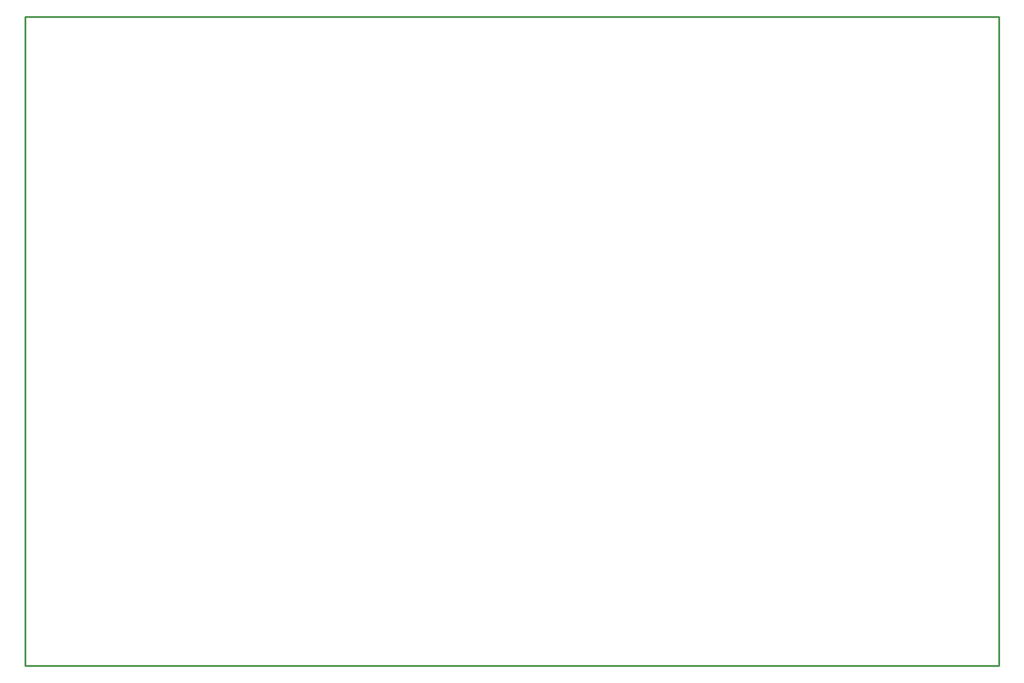
<source format=gko>
G04 ---------------------------- Layer name :KeepOutLayer*
G04 EasyEDA v5.5.12, Wed, 13 Jun 2018 18:03:35 GMT*
G04 4f5264131ad04cbc883cc3dc534661a7*
G04 Gerber Generator version 0.2*
G04 Scale: 100 percent, Rotated: No, Reflected: No *
G04 Dimensions in millimeters *
G04 leading zeros omitted , absolute positions ,3 integer and 3 decimal *
%FSLAX33Y33*%
%MOMM*%
G90*
G71D02*

%ADD10C,0.254000*%
G54D10*
G01X0Y91948D02*
G01X137922Y91948D01*
G01X137922Y0D01*
G01X0Y0D01*
G01X0Y91948D01*

%LPD*%
M00*
M02*

</source>
